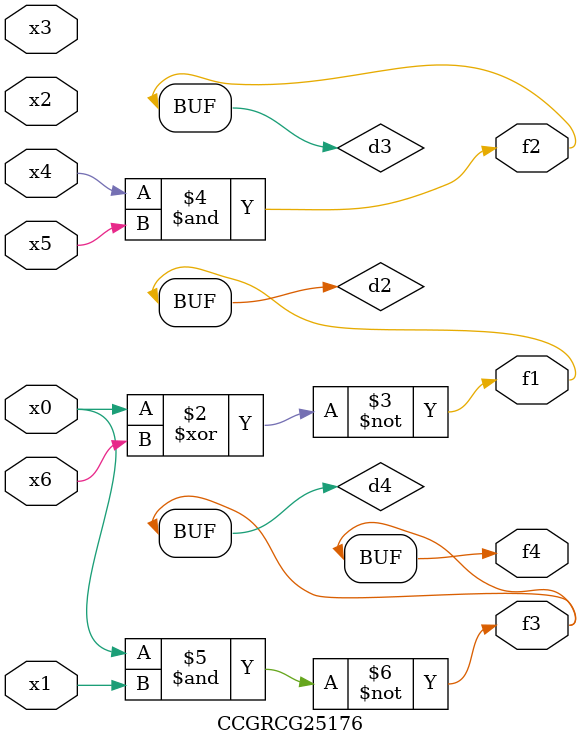
<source format=v>
module CCGRCG25176(
	input x0, x1, x2, x3, x4, x5, x6,
	output f1, f2, f3, f4
);

	wire d1, d2, d3, d4;

	nor (d1, x0);
	xnor (d2, x0, x6);
	and (d3, x4, x5);
	nand (d4, x0, x1);
	assign f1 = d2;
	assign f2 = d3;
	assign f3 = d4;
	assign f4 = d4;
endmodule

</source>
